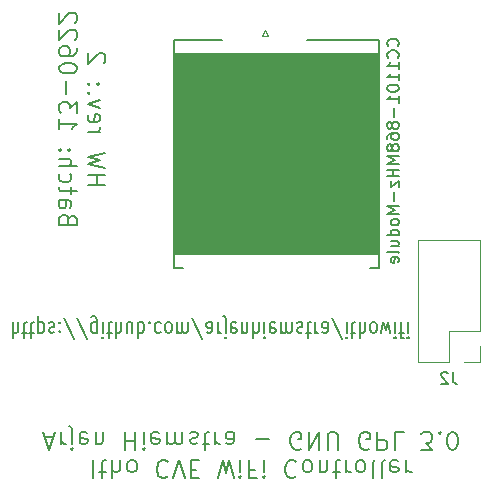
<source format=gbo>
G04 #@! TF.GenerationSoftware,KiCad,Pcbnew,(6.0.1-0)*
G04 #@! TF.CreationDate,2022-02-11T21:02:13+01:00*
G04 #@! TF.ProjectId,ithowifi_4l,6974686f-7769-4666-995f-346c2e6b6963,rev?*
G04 #@! TF.SameCoordinates,Original*
G04 #@! TF.FileFunction,Legend,Bot*
G04 #@! TF.FilePolarity,Positive*
%FSLAX46Y46*%
G04 Gerber Fmt 4.6, Leading zero omitted, Abs format (unit mm)*
G04 Created by KiCad (PCBNEW (6.0.1-0)) date 2022-02-11 21:02:13*
%MOMM*%
%LPD*%
G01*
G04 APERTURE LIST*
%ADD10C,0.100000*%
%ADD11C,0.200000*%
%ADD12C,0.150000*%
%ADD13C,0.120000*%
G04 APERTURE END LIST*
D10*
X114808000Y-129997200D02*
X97561400Y-129997200D01*
X97561400Y-129997200D02*
X97536000Y-113030000D01*
X97536000Y-113030000D02*
X114808000Y-113030000D01*
X114808000Y-113030000D02*
X114808000Y-129997200D01*
G36*
X114808000Y-129997200D02*
G01*
X97561400Y-129997200D01*
X97536000Y-113030000D01*
X114808000Y-113030000D01*
X114808000Y-129997200D01*
G37*
X114808000Y-129997200D02*
X97561400Y-129997200D01*
X97536000Y-113030000D01*
X114808000Y-113030000D01*
X114808000Y-129997200D01*
D11*
X83859000Y-135764666D02*
X83859000Y-137164666D01*
X84309000Y-135764666D02*
X84309000Y-136498000D01*
X84259000Y-136631333D01*
X84159000Y-136698000D01*
X84009000Y-136698000D01*
X83909000Y-136631333D01*
X83859000Y-136564666D01*
X84659000Y-136698000D02*
X85059000Y-136698000D01*
X84809000Y-137164666D02*
X84809000Y-135964666D01*
X84859000Y-135831333D01*
X84959000Y-135764666D01*
X85059000Y-135764666D01*
X85259000Y-136698000D02*
X85659000Y-136698000D01*
X85409000Y-137164666D02*
X85409000Y-135964666D01*
X85459000Y-135831333D01*
X85559000Y-135764666D01*
X85659000Y-135764666D01*
X86009000Y-136698000D02*
X86009000Y-135298000D01*
X86009000Y-136631333D02*
X86109000Y-136698000D01*
X86309000Y-136698000D01*
X86409000Y-136631333D01*
X86459000Y-136564666D01*
X86509000Y-136431333D01*
X86509000Y-136031333D01*
X86459000Y-135898000D01*
X86409000Y-135831333D01*
X86309000Y-135764666D01*
X86109000Y-135764666D01*
X86009000Y-135831333D01*
X86909000Y-135831333D02*
X87009000Y-135764666D01*
X87209000Y-135764666D01*
X87309000Y-135831333D01*
X87359000Y-135964666D01*
X87359000Y-136031333D01*
X87309000Y-136164666D01*
X87209000Y-136231333D01*
X87059000Y-136231333D01*
X86959000Y-136298000D01*
X86909000Y-136431333D01*
X86909000Y-136498000D01*
X86959000Y-136631333D01*
X87059000Y-136698000D01*
X87209000Y-136698000D01*
X87309000Y-136631333D01*
X87809000Y-135898000D02*
X87859000Y-135831333D01*
X87809000Y-135764666D01*
X87759000Y-135831333D01*
X87809000Y-135898000D01*
X87809000Y-135764666D01*
X87809000Y-136631333D02*
X87859000Y-136564666D01*
X87809000Y-136498000D01*
X87759000Y-136564666D01*
X87809000Y-136631333D01*
X87809000Y-136498000D01*
X89059000Y-137231333D02*
X88159000Y-135431333D01*
X90159000Y-137231333D02*
X89259000Y-135431333D01*
X90959000Y-136698000D02*
X90959000Y-135564666D01*
X90909000Y-135431333D01*
X90859000Y-135364666D01*
X90759000Y-135298000D01*
X90609000Y-135298000D01*
X90509000Y-135364666D01*
X90959000Y-135831333D02*
X90859000Y-135764666D01*
X90659000Y-135764666D01*
X90559000Y-135831333D01*
X90509000Y-135898000D01*
X90459000Y-136031333D01*
X90459000Y-136431333D01*
X90509000Y-136564666D01*
X90559000Y-136631333D01*
X90659000Y-136698000D01*
X90859000Y-136698000D01*
X90959000Y-136631333D01*
X91459000Y-135764666D02*
X91459000Y-136698000D01*
X91459000Y-137164666D02*
X91409000Y-137098000D01*
X91459000Y-137031333D01*
X91509000Y-137098000D01*
X91459000Y-137164666D01*
X91459000Y-137031333D01*
X91809000Y-136698000D02*
X92209000Y-136698000D01*
X91959000Y-137164666D02*
X91959000Y-135964666D01*
X92009000Y-135831333D01*
X92109000Y-135764666D01*
X92209000Y-135764666D01*
X92559000Y-135764666D02*
X92559000Y-137164666D01*
X93009000Y-135764666D02*
X93009000Y-136498000D01*
X92959000Y-136631333D01*
X92859000Y-136698000D01*
X92709000Y-136698000D01*
X92609000Y-136631333D01*
X92559000Y-136564666D01*
X93959000Y-136698000D02*
X93959000Y-135764666D01*
X93509000Y-136698000D02*
X93509000Y-135964666D01*
X93559000Y-135831333D01*
X93659000Y-135764666D01*
X93809000Y-135764666D01*
X93909000Y-135831333D01*
X93959000Y-135898000D01*
X94459000Y-135764666D02*
X94459000Y-137164666D01*
X94459000Y-136631333D02*
X94559000Y-136698000D01*
X94759000Y-136698000D01*
X94859000Y-136631333D01*
X94909000Y-136564666D01*
X94959000Y-136431333D01*
X94959000Y-136031333D01*
X94909000Y-135898000D01*
X94859000Y-135831333D01*
X94759000Y-135764666D01*
X94559000Y-135764666D01*
X94459000Y-135831333D01*
X95409000Y-135898000D02*
X95459000Y-135831333D01*
X95409000Y-135764666D01*
X95359000Y-135831333D01*
X95409000Y-135898000D01*
X95409000Y-135764666D01*
X96359000Y-135831333D02*
X96259000Y-135764666D01*
X96059000Y-135764666D01*
X95959000Y-135831333D01*
X95909000Y-135898000D01*
X95859000Y-136031333D01*
X95859000Y-136431333D01*
X95909000Y-136564666D01*
X95959000Y-136631333D01*
X96059000Y-136698000D01*
X96259000Y-136698000D01*
X96359000Y-136631333D01*
X96959000Y-135764666D02*
X96859000Y-135831333D01*
X96809000Y-135898000D01*
X96759000Y-136031333D01*
X96759000Y-136431333D01*
X96809000Y-136564666D01*
X96859000Y-136631333D01*
X96959000Y-136698000D01*
X97109000Y-136698000D01*
X97209000Y-136631333D01*
X97259000Y-136564666D01*
X97309000Y-136431333D01*
X97309000Y-136031333D01*
X97259000Y-135898000D01*
X97209000Y-135831333D01*
X97109000Y-135764666D01*
X96959000Y-135764666D01*
X97759000Y-135764666D02*
X97759000Y-136698000D01*
X97759000Y-136564666D02*
X97809000Y-136631333D01*
X97909000Y-136698000D01*
X98059000Y-136698000D01*
X98159000Y-136631333D01*
X98209000Y-136498000D01*
X98209000Y-135764666D01*
X98209000Y-136498000D02*
X98259000Y-136631333D01*
X98359000Y-136698000D01*
X98509000Y-136698000D01*
X98609000Y-136631333D01*
X98659000Y-136498000D01*
X98659000Y-135764666D01*
X99909000Y-137231333D02*
X99009000Y-135431333D01*
X100709000Y-135764666D02*
X100709000Y-136498000D01*
X100659000Y-136631333D01*
X100559000Y-136698000D01*
X100359000Y-136698000D01*
X100259000Y-136631333D01*
X100709000Y-135831333D02*
X100609000Y-135764666D01*
X100359000Y-135764666D01*
X100259000Y-135831333D01*
X100209000Y-135964666D01*
X100209000Y-136098000D01*
X100259000Y-136231333D01*
X100359000Y-136298000D01*
X100609000Y-136298000D01*
X100709000Y-136364666D01*
X101209000Y-135764666D02*
X101209000Y-136698000D01*
X101209000Y-136431333D02*
X101259000Y-136564666D01*
X101309000Y-136631333D01*
X101409000Y-136698000D01*
X101509000Y-136698000D01*
X101859000Y-136698000D02*
X101859000Y-135498000D01*
X101809000Y-135364666D01*
X101709000Y-135298000D01*
X101659000Y-135298000D01*
X101859000Y-137164666D02*
X101809000Y-137098000D01*
X101859000Y-137031333D01*
X101909000Y-137098000D01*
X101859000Y-137164666D01*
X101859000Y-137031333D01*
X102759000Y-135831333D02*
X102659000Y-135764666D01*
X102459000Y-135764666D01*
X102359000Y-135831333D01*
X102309000Y-135964666D01*
X102309000Y-136498000D01*
X102359000Y-136631333D01*
X102459000Y-136698000D01*
X102659000Y-136698000D01*
X102759000Y-136631333D01*
X102809000Y-136498000D01*
X102809000Y-136364666D01*
X102309000Y-136231333D01*
X103259000Y-136698000D02*
X103259000Y-135764666D01*
X103259000Y-136564666D02*
X103309000Y-136631333D01*
X103409000Y-136698000D01*
X103559000Y-136698000D01*
X103659000Y-136631333D01*
X103709000Y-136498000D01*
X103709000Y-135764666D01*
X104209000Y-135764666D02*
X104209000Y-137164666D01*
X104659000Y-135764666D02*
X104659000Y-136498000D01*
X104609000Y-136631333D01*
X104509000Y-136698000D01*
X104359000Y-136698000D01*
X104259000Y-136631333D01*
X104209000Y-136564666D01*
X105159000Y-135764666D02*
X105159000Y-136698000D01*
X105159000Y-137164666D02*
X105109000Y-137098000D01*
X105159000Y-137031333D01*
X105209000Y-137098000D01*
X105159000Y-137164666D01*
X105159000Y-137031333D01*
X106059000Y-135831333D02*
X105959000Y-135764666D01*
X105759000Y-135764666D01*
X105659000Y-135831333D01*
X105609000Y-135964666D01*
X105609000Y-136498000D01*
X105659000Y-136631333D01*
X105759000Y-136698000D01*
X105959000Y-136698000D01*
X106059000Y-136631333D01*
X106109000Y-136498000D01*
X106109000Y-136364666D01*
X105609000Y-136231333D01*
X106559000Y-135764666D02*
X106559000Y-136698000D01*
X106559000Y-136564666D02*
X106609000Y-136631333D01*
X106709000Y-136698000D01*
X106859000Y-136698000D01*
X106959000Y-136631333D01*
X107009000Y-136498000D01*
X107009000Y-135764666D01*
X107009000Y-136498000D02*
X107059000Y-136631333D01*
X107159000Y-136698000D01*
X107309000Y-136698000D01*
X107409000Y-136631333D01*
X107459000Y-136498000D01*
X107459000Y-135764666D01*
X107909000Y-135831333D02*
X108009000Y-135764666D01*
X108209000Y-135764666D01*
X108309000Y-135831333D01*
X108359000Y-135964666D01*
X108359000Y-136031333D01*
X108309000Y-136164666D01*
X108209000Y-136231333D01*
X108059000Y-136231333D01*
X107959000Y-136298000D01*
X107909000Y-136431333D01*
X107909000Y-136498000D01*
X107959000Y-136631333D01*
X108059000Y-136698000D01*
X108209000Y-136698000D01*
X108309000Y-136631333D01*
X108659000Y-136698000D02*
X109059000Y-136698000D01*
X108809000Y-137164666D02*
X108809000Y-135964666D01*
X108859000Y-135831333D01*
X108959000Y-135764666D01*
X109059000Y-135764666D01*
X109409000Y-135764666D02*
X109409000Y-136698000D01*
X109409000Y-136431333D02*
X109459000Y-136564666D01*
X109509000Y-136631333D01*
X109609000Y-136698000D01*
X109709000Y-136698000D01*
X110509000Y-135764666D02*
X110509000Y-136498000D01*
X110459000Y-136631333D01*
X110359000Y-136698000D01*
X110159000Y-136698000D01*
X110059000Y-136631333D01*
X110509000Y-135831333D02*
X110409000Y-135764666D01*
X110159000Y-135764666D01*
X110059000Y-135831333D01*
X110009000Y-135964666D01*
X110009000Y-136098000D01*
X110059000Y-136231333D01*
X110159000Y-136298000D01*
X110409000Y-136298000D01*
X110509000Y-136364666D01*
X111759000Y-137231333D02*
X110859000Y-135431333D01*
X112109000Y-135764666D02*
X112109000Y-136698000D01*
X112109000Y-137164666D02*
X112059000Y-137098000D01*
X112109000Y-137031333D01*
X112159000Y-137098000D01*
X112109000Y-137164666D01*
X112109000Y-137031333D01*
X112459000Y-136698000D02*
X112859000Y-136698000D01*
X112609000Y-137164666D02*
X112609000Y-135964666D01*
X112659000Y-135831333D01*
X112759000Y-135764666D01*
X112859000Y-135764666D01*
X113209000Y-135764666D02*
X113209000Y-137164666D01*
X113659000Y-135764666D02*
X113659000Y-136498000D01*
X113609000Y-136631333D01*
X113509000Y-136698000D01*
X113359000Y-136698000D01*
X113259000Y-136631333D01*
X113209000Y-136564666D01*
X114309000Y-135764666D02*
X114209000Y-135831333D01*
X114159000Y-135898000D01*
X114109000Y-136031333D01*
X114109000Y-136431333D01*
X114159000Y-136564666D01*
X114209000Y-136631333D01*
X114309000Y-136698000D01*
X114459000Y-136698000D01*
X114559000Y-136631333D01*
X114609000Y-136564666D01*
X114659000Y-136431333D01*
X114659000Y-136031333D01*
X114609000Y-135898000D01*
X114559000Y-135831333D01*
X114459000Y-135764666D01*
X114309000Y-135764666D01*
X115009000Y-136698000D02*
X115209000Y-135764666D01*
X115409000Y-136431333D01*
X115609000Y-135764666D01*
X115809000Y-136698000D01*
X116209000Y-135764666D02*
X116209000Y-136698000D01*
X116209000Y-137164666D02*
X116159000Y-137098000D01*
X116209000Y-137031333D01*
X116259000Y-137098000D01*
X116209000Y-137164666D01*
X116209000Y-137031333D01*
X116559000Y-136698000D02*
X116959000Y-136698000D01*
X116709000Y-135764666D02*
X116709000Y-136964666D01*
X116759000Y-137098000D01*
X116859000Y-137164666D01*
X116959000Y-137164666D01*
X117309000Y-135764666D02*
X117309000Y-136698000D01*
X117309000Y-137164666D02*
X117259000Y-137098000D01*
X117309000Y-137031333D01*
X117359000Y-137098000D01*
X117309000Y-137164666D01*
X117309000Y-137031333D01*
X90681257Y-147493328D02*
X90681257Y-148993328D01*
X91181257Y-148493328D02*
X91752685Y-148493328D01*
X91395542Y-148993328D02*
X91395542Y-147707614D01*
X91466971Y-147564757D01*
X91609828Y-147493328D01*
X91752685Y-147493328D01*
X92252685Y-147493328D02*
X92252685Y-148993328D01*
X92895542Y-147493328D02*
X92895542Y-148279042D01*
X92824114Y-148421900D01*
X92681257Y-148493328D01*
X92466971Y-148493328D01*
X92324114Y-148421900D01*
X92252685Y-148350471D01*
X93824114Y-147493328D02*
X93681257Y-147564757D01*
X93609828Y-147636185D01*
X93538400Y-147779042D01*
X93538400Y-148207614D01*
X93609828Y-148350471D01*
X93681257Y-148421900D01*
X93824114Y-148493328D01*
X94038400Y-148493328D01*
X94181257Y-148421900D01*
X94252685Y-148350471D01*
X94324114Y-148207614D01*
X94324114Y-147779042D01*
X94252685Y-147636185D01*
X94181257Y-147564757D01*
X94038400Y-147493328D01*
X93824114Y-147493328D01*
X96966971Y-147636185D02*
X96895542Y-147564757D01*
X96681257Y-147493328D01*
X96538400Y-147493328D01*
X96324114Y-147564757D01*
X96181257Y-147707614D01*
X96109828Y-147850471D01*
X96038400Y-148136185D01*
X96038400Y-148350471D01*
X96109828Y-148636185D01*
X96181257Y-148779042D01*
X96324114Y-148921900D01*
X96538400Y-148993328D01*
X96681257Y-148993328D01*
X96895542Y-148921900D01*
X96966971Y-148850471D01*
X97395542Y-148993328D02*
X97895542Y-147493328D01*
X98395542Y-148993328D01*
X98895542Y-148279042D02*
X99395542Y-148279042D01*
X99609828Y-147493328D02*
X98895542Y-147493328D01*
X98895542Y-148993328D01*
X99609828Y-148993328D01*
X101252685Y-148993328D02*
X101609828Y-147493328D01*
X101895542Y-148564757D01*
X102181257Y-147493328D01*
X102538400Y-148993328D01*
X103109828Y-147493328D02*
X103109828Y-148493328D01*
X103109828Y-148993328D02*
X103038400Y-148921900D01*
X103109828Y-148850471D01*
X103181257Y-148921900D01*
X103109828Y-148993328D01*
X103109828Y-148850471D01*
X104324114Y-148279042D02*
X103824114Y-148279042D01*
X103824114Y-147493328D02*
X103824114Y-148993328D01*
X104538400Y-148993328D01*
X105109828Y-147493328D02*
X105109828Y-148493328D01*
X105109828Y-148993328D02*
X105038400Y-148921900D01*
X105109828Y-148850471D01*
X105181257Y-148921900D01*
X105109828Y-148993328D01*
X105109828Y-148850471D01*
X107824114Y-147636185D02*
X107752685Y-147564757D01*
X107538400Y-147493328D01*
X107395542Y-147493328D01*
X107181257Y-147564757D01*
X107038400Y-147707614D01*
X106966971Y-147850471D01*
X106895542Y-148136185D01*
X106895542Y-148350471D01*
X106966971Y-148636185D01*
X107038400Y-148779042D01*
X107181257Y-148921900D01*
X107395542Y-148993328D01*
X107538400Y-148993328D01*
X107752685Y-148921900D01*
X107824114Y-148850471D01*
X108681257Y-147493328D02*
X108538400Y-147564757D01*
X108466971Y-147636185D01*
X108395542Y-147779042D01*
X108395542Y-148207614D01*
X108466971Y-148350471D01*
X108538400Y-148421900D01*
X108681257Y-148493328D01*
X108895542Y-148493328D01*
X109038400Y-148421900D01*
X109109828Y-148350471D01*
X109181257Y-148207614D01*
X109181257Y-147779042D01*
X109109828Y-147636185D01*
X109038400Y-147564757D01*
X108895542Y-147493328D01*
X108681257Y-147493328D01*
X109824114Y-148493328D02*
X109824114Y-147493328D01*
X109824114Y-148350471D02*
X109895542Y-148421900D01*
X110038400Y-148493328D01*
X110252685Y-148493328D01*
X110395542Y-148421900D01*
X110466971Y-148279042D01*
X110466971Y-147493328D01*
X110966971Y-148493328D02*
X111538400Y-148493328D01*
X111181257Y-148993328D02*
X111181257Y-147707614D01*
X111252685Y-147564757D01*
X111395542Y-147493328D01*
X111538400Y-147493328D01*
X112038400Y-147493328D02*
X112038400Y-148493328D01*
X112038400Y-148207614D02*
X112109828Y-148350471D01*
X112181257Y-148421900D01*
X112324114Y-148493328D01*
X112466971Y-148493328D01*
X113181257Y-147493328D02*
X113038400Y-147564757D01*
X112966971Y-147636185D01*
X112895542Y-147779042D01*
X112895542Y-148207614D01*
X112966971Y-148350471D01*
X113038400Y-148421900D01*
X113181257Y-148493328D01*
X113395542Y-148493328D01*
X113538400Y-148421900D01*
X113609828Y-148350471D01*
X113681257Y-148207614D01*
X113681257Y-147779042D01*
X113609828Y-147636185D01*
X113538400Y-147564757D01*
X113395542Y-147493328D01*
X113181257Y-147493328D01*
X114538400Y-147493328D02*
X114395542Y-147564757D01*
X114324114Y-147707614D01*
X114324114Y-148993328D01*
X115324114Y-147493328D02*
X115181257Y-147564757D01*
X115109828Y-147707614D01*
X115109828Y-148993328D01*
X116466971Y-147564757D02*
X116324114Y-147493328D01*
X116038400Y-147493328D01*
X115895542Y-147564757D01*
X115824114Y-147707614D01*
X115824114Y-148279042D01*
X115895542Y-148421900D01*
X116038400Y-148493328D01*
X116324114Y-148493328D01*
X116466971Y-148421900D01*
X116538400Y-148279042D01*
X116538400Y-148136185D01*
X115824114Y-147993328D01*
X117181257Y-147493328D02*
X117181257Y-148493328D01*
X117181257Y-148207614D02*
X117252685Y-148350471D01*
X117324114Y-148421900D01*
X117466971Y-148493328D01*
X117609828Y-148493328D01*
X86574114Y-145506900D02*
X87288400Y-145506900D01*
X86431257Y-145078328D02*
X86931257Y-146578328D01*
X87431257Y-145078328D01*
X87931257Y-145078328D02*
X87931257Y-146078328D01*
X87931257Y-145792614D02*
X88002685Y-145935471D01*
X88074114Y-146006900D01*
X88216971Y-146078328D01*
X88359828Y-146078328D01*
X88859828Y-146078328D02*
X88859828Y-144792614D01*
X88788400Y-144649757D01*
X88645542Y-144578328D01*
X88574114Y-144578328D01*
X88859828Y-146578328D02*
X88788400Y-146506900D01*
X88859828Y-146435471D01*
X88931257Y-146506900D01*
X88859828Y-146578328D01*
X88859828Y-146435471D01*
X90145542Y-145149757D02*
X90002685Y-145078328D01*
X89716971Y-145078328D01*
X89574114Y-145149757D01*
X89502685Y-145292614D01*
X89502685Y-145864042D01*
X89574114Y-146006900D01*
X89716971Y-146078328D01*
X90002685Y-146078328D01*
X90145542Y-146006900D01*
X90216971Y-145864042D01*
X90216971Y-145721185D01*
X89502685Y-145578328D01*
X90859828Y-146078328D02*
X90859828Y-145078328D01*
X90859828Y-145935471D02*
X90931257Y-146006900D01*
X91074114Y-146078328D01*
X91288400Y-146078328D01*
X91431257Y-146006900D01*
X91502685Y-145864042D01*
X91502685Y-145078328D01*
X93359828Y-145078328D02*
X93359828Y-146578328D01*
X93359828Y-145864042D02*
X94216971Y-145864042D01*
X94216971Y-145078328D02*
X94216971Y-146578328D01*
X94931257Y-145078328D02*
X94931257Y-146078328D01*
X94931257Y-146578328D02*
X94859828Y-146506900D01*
X94931257Y-146435471D01*
X95002685Y-146506900D01*
X94931257Y-146578328D01*
X94931257Y-146435471D01*
X96216971Y-145149757D02*
X96074114Y-145078328D01*
X95788400Y-145078328D01*
X95645542Y-145149757D01*
X95574114Y-145292614D01*
X95574114Y-145864042D01*
X95645542Y-146006900D01*
X95788400Y-146078328D01*
X96074114Y-146078328D01*
X96216971Y-146006900D01*
X96288400Y-145864042D01*
X96288400Y-145721185D01*
X95574114Y-145578328D01*
X96931257Y-145078328D02*
X96931257Y-146078328D01*
X96931257Y-145935471D02*
X97002685Y-146006900D01*
X97145542Y-146078328D01*
X97359828Y-146078328D01*
X97502685Y-146006900D01*
X97574114Y-145864042D01*
X97574114Y-145078328D01*
X97574114Y-145864042D02*
X97645542Y-146006900D01*
X97788400Y-146078328D01*
X98002685Y-146078328D01*
X98145542Y-146006900D01*
X98216971Y-145864042D01*
X98216971Y-145078328D01*
X98859828Y-145149757D02*
X99002685Y-145078328D01*
X99288400Y-145078328D01*
X99431257Y-145149757D01*
X99502685Y-145292614D01*
X99502685Y-145364042D01*
X99431257Y-145506900D01*
X99288400Y-145578328D01*
X99074114Y-145578328D01*
X98931257Y-145649757D01*
X98859828Y-145792614D01*
X98859828Y-145864042D01*
X98931257Y-146006900D01*
X99074114Y-146078328D01*
X99288400Y-146078328D01*
X99431257Y-146006900D01*
X99931257Y-146078328D02*
X100502685Y-146078328D01*
X100145542Y-146578328D02*
X100145542Y-145292614D01*
X100216971Y-145149757D01*
X100359828Y-145078328D01*
X100502685Y-145078328D01*
X101002685Y-145078328D02*
X101002685Y-146078328D01*
X101002685Y-145792614D02*
X101074114Y-145935471D01*
X101145542Y-146006900D01*
X101288400Y-146078328D01*
X101431257Y-146078328D01*
X102574114Y-145078328D02*
X102574114Y-145864042D01*
X102502685Y-146006900D01*
X102359828Y-146078328D01*
X102074114Y-146078328D01*
X101931257Y-146006900D01*
X102574114Y-145149757D02*
X102431257Y-145078328D01*
X102074114Y-145078328D01*
X101931257Y-145149757D01*
X101859828Y-145292614D01*
X101859828Y-145435471D01*
X101931257Y-145578328D01*
X102074114Y-145649757D01*
X102431257Y-145649757D01*
X102574114Y-145721185D01*
X104431257Y-145649757D02*
X105574114Y-145649757D01*
X108216971Y-146506900D02*
X108074114Y-146578328D01*
X107859828Y-146578328D01*
X107645542Y-146506900D01*
X107502685Y-146364042D01*
X107431257Y-146221185D01*
X107359828Y-145935471D01*
X107359828Y-145721185D01*
X107431257Y-145435471D01*
X107502685Y-145292614D01*
X107645542Y-145149757D01*
X107859828Y-145078328D01*
X108002685Y-145078328D01*
X108216971Y-145149757D01*
X108288400Y-145221185D01*
X108288400Y-145721185D01*
X108002685Y-145721185D01*
X108931257Y-145078328D02*
X108931257Y-146578328D01*
X109788400Y-145078328D01*
X109788400Y-146578328D01*
X110502685Y-146578328D02*
X110502685Y-145364042D01*
X110574114Y-145221185D01*
X110645542Y-145149757D01*
X110788400Y-145078328D01*
X111074114Y-145078328D01*
X111216971Y-145149757D01*
X111288400Y-145221185D01*
X111359828Y-145364042D01*
X111359828Y-146578328D01*
X114002685Y-146506900D02*
X113859828Y-146578328D01*
X113645542Y-146578328D01*
X113431257Y-146506900D01*
X113288400Y-146364042D01*
X113216971Y-146221185D01*
X113145542Y-145935471D01*
X113145542Y-145721185D01*
X113216971Y-145435471D01*
X113288400Y-145292614D01*
X113431257Y-145149757D01*
X113645542Y-145078328D01*
X113788400Y-145078328D01*
X114002685Y-145149757D01*
X114074114Y-145221185D01*
X114074114Y-145721185D01*
X113788400Y-145721185D01*
X114716971Y-145078328D02*
X114716971Y-146578328D01*
X115288400Y-146578328D01*
X115431257Y-146506900D01*
X115502685Y-146435471D01*
X115574114Y-146292614D01*
X115574114Y-146078328D01*
X115502685Y-145935471D01*
X115431257Y-145864042D01*
X115288400Y-145792614D01*
X114716971Y-145792614D01*
X116931257Y-145078328D02*
X116216971Y-145078328D01*
X116216971Y-146578328D01*
X118431257Y-146578328D02*
X119359828Y-146578328D01*
X118859828Y-146006900D01*
X119074114Y-146006900D01*
X119216971Y-145935471D01*
X119288400Y-145864042D01*
X119359828Y-145721185D01*
X119359828Y-145364042D01*
X119288400Y-145221185D01*
X119216971Y-145149757D01*
X119074114Y-145078328D01*
X118645542Y-145078328D01*
X118502685Y-145149757D01*
X118431257Y-145221185D01*
X120002685Y-145221185D02*
X120074114Y-145149757D01*
X120002685Y-145078328D01*
X119931257Y-145149757D01*
X120002685Y-145221185D01*
X120002685Y-145078328D01*
X121002685Y-146578328D02*
X121145542Y-146578328D01*
X121288400Y-146506900D01*
X121359828Y-146435471D01*
X121431257Y-146292614D01*
X121502685Y-146006900D01*
X121502685Y-145649757D01*
X121431257Y-145364042D01*
X121359828Y-145221185D01*
X121288400Y-145149757D01*
X121145542Y-145078328D01*
X121002685Y-145078328D01*
X120859828Y-145149757D01*
X120788400Y-145221185D01*
X120716971Y-145364042D01*
X120645542Y-145649757D01*
X120645542Y-146006900D01*
X120716971Y-146292614D01*
X120788400Y-146435471D01*
X120859828Y-146506900D01*
X121002685Y-146578328D01*
X90190928Y-124153714D02*
X91690928Y-124153714D01*
X90976642Y-124153714D02*
X90976642Y-123296571D01*
X90190928Y-123296571D02*
X91690928Y-123296571D01*
X91690928Y-122725142D02*
X90190928Y-122368000D01*
X91262357Y-122082285D01*
X90190928Y-121796571D01*
X91690928Y-121439428D01*
X90190928Y-119725142D02*
X91190928Y-119725142D01*
X90905214Y-119725142D02*
X91048071Y-119653714D01*
X91119500Y-119582285D01*
X91190928Y-119439428D01*
X91190928Y-119296571D01*
X90262357Y-118225142D02*
X90190928Y-118368000D01*
X90190928Y-118653714D01*
X90262357Y-118796571D01*
X90405214Y-118868000D01*
X90976642Y-118868000D01*
X91119500Y-118796571D01*
X91190928Y-118653714D01*
X91190928Y-118368000D01*
X91119500Y-118225142D01*
X90976642Y-118153714D01*
X90833785Y-118153714D01*
X90690928Y-118868000D01*
X91190928Y-117653714D02*
X90190928Y-117296571D01*
X91190928Y-116939428D01*
X90333785Y-116368000D02*
X90262357Y-116296571D01*
X90190928Y-116368000D01*
X90262357Y-116439428D01*
X90333785Y-116368000D01*
X90190928Y-116368000D01*
X90333785Y-115653714D02*
X90262357Y-115582285D01*
X90190928Y-115653714D01*
X90262357Y-115725142D01*
X90333785Y-115653714D01*
X90190928Y-115653714D01*
X91119500Y-115653714D02*
X91048071Y-115582285D01*
X90976642Y-115653714D01*
X91048071Y-115725142D01*
X91119500Y-115653714D01*
X90976642Y-115653714D01*
X91548071Y-113868000D02*
X91619500Y-113796571D01*
X91690928Y-113653714D01*
X91690928Y-113296571D01*
X91619500Y-113153714D01*
X91548071Y-113082285D01*
X91405214Y-113010857D01*
X91262357Y-113010857D01*
X91048071Y-113082285D01*
X90190928Y-113939428D01*
X90190928Y-113010857D01*
X88561642Y-127082285D02*
X88490214Y-126868000D01*
X88418785Y-126796571D01*
X88275928Y-126725142D01*
X88061642Y-126725142D01*
X87918785Y-126796571D01*
X87847357Y-126868000D01*
X87775928Y-127010857D01*
X87775928Y-127582285D01*
X89275928Y-127582285D01*
X89275928Y-127082285D01*
X89204500Y-126939428D01*
X89133071Y-126868000D01*
X88990214Y-126796571D01*
X88847357Y-126796571D01*
X88704500Y-126868000D01*
X88633071Y-126939428D01*
X88561642Y-127082285D01*
X88561642Y-127582285D01*
X87775928Y-125439428D02*
X88561642Y-125439428D01*
X88704500Y-125510857D01*
X88775928Y-125653714D01*
X88775928Y-125939428D01*
X88704500Y-126082285D01*
X87847357Y-125439428D02*
X87775928Y-125582285D01*
X87775928Y-125939428D01*
X87847357Y-126082285D01*
X87990214Y-126153714D01*
X88133071Y-126153714D01*
X88275928Y-126082285D01*
X88347357Y-125939428D01*
X88347357Y-125582285D01*
X88418785Y-125439428D01*
X88775928Y-124939428D02*
X88775928Y-124368000D01*
X89275928Y-124725142D02*
X87990214Y-124725142D01*
X87847357Y-124653714D01*
X87775928Y-124510857D01*
X87775928Y-124368000D01*
X87847357Y-123225142D02*
X87775928Y-123368000D01*
X87775928Y-123653714D01*
X87847357Y-123796571D01*
X87918785Y-123868000D01*
X88061642Y-123939428D01*
X88490214Y-123939428D01*
X88633071Y-123868000D01*
X88704500Y-123796571D01*
X88775928Y-123653714D01*
X88775928Y-123368000D01*
X88704500Y-123225142D01*
X87775928Y-122582285D02*
X89275928Y-122582285D01*
X87775928Y-121939428D02*
X88561642Y-121939428D01*
X88704500Y-122010857D01*
X88775928Y-122153714D01*
X88775928Y-122368000D01*
X88704500Y-122510857D01*
X88633071Y-122582285D01*
X87918785Y-121225142D02*
X87847357Y-121153714D01*
X87775928Y-121225142D01*
X87847357Y-121296571D01*
X87918785Y-121225142D01*
X87775928Y-121225142D01*
X88704500Y-121225142D02*
X88633071Y-121153714D01*
X88561642Y-121225142D01*
X88633071Y-121296571D01*
X88704500Y-121225142D01*
X88561642Y-121225142D01*
X87775928Y-118582285D02*
X87775928Y-119439428D01*
X87775928Y-119010857D02*
X89275928Y-119010857D01*
X89061642Y-119153714D01*
X88918785Y-119296571D01*
X88847357Y-119439428D01*
X89275928Y-118082285D02*
X89275928Y-117153714D01*
X88704500Y-117653714D01*
X88704500Y-117439428D01*
X88633071Y-117296571D01*
X88561642Y-117225142D01*
X88418785Y-117153714D01*
X88061642Y-117153714D01*
X87918785Y-117225142D01*
X87847357Y-117296571D01*
X87775928Y-117439428D01*
X87775928Y-117868000D01*
X87847357Y-118010857D01*
X87918785Y-118082285D01*
X88347357Y-116510857D02*
X88347357Y-115368000D01*
X89275928Y-114368000D02*
X89275928Y-114225142D01*
X89204500Y-114082285D01*
X89133071Y-114010857D01*
X88990214Y-113939428D01*
X88704500Y-113868000D01*
X88347357Y-113868000D01*
X88061642Y-113939428D01*
X87918785Y-114010857D01*
X87847357Y-114082285D01*
X87775928Y-114225142D01*
X87775928Y-114368000D01*
X87847357Y-114510857D01*
X87918785Y-114582285D01*
X88061642Y-114653714D01*
X88347357Y-114725142D01*
X88704500Y-114725142D01*
X88990214Y-114653714D01*
X89133071Y-114582285D01*
X89204500Y-114510857D01*
X89275928Y-114368000D01*
X89275928Y-112582285D02*
X89275928Y-112868000D01*
X89204500Y-113010857D01*
X89133071Y-113082285D01*
X88918785Y-113225142D01*
X88633071Y-113296571D01*
X88061642Y-113296571D01*
X87918785Y-113225142D01*
X87847357Y-113153714D01*
X87775928Y-113010857D01*
X87775928Y-112725142D01*
X87847357Y-112582285D01*
X87918785Y-112510857D01*
X88061642Y-112439428D01*
X88418785Y-112439428D01*
X88561642Y-112510857D01*
X88633071Y-112582285D01*
X88704500Y-112725142D01*
X88704500Y-113010857D01*
X88633071Y-113153714D01*
X88561642Y-113225142D01*
X88418785Y-113296571D01*
X89133071Y-111868000D02*
X89204500Y-111796571D01*
X89275928Y-111653714D01*
X89275928Y-111296571D01*
X89204500Y-111153714D01*
X89133071Y-111082285D01*
X88990214Y-111010857D01*
X88847357Y-111010857D01*
X88633071Y-111082285D01*
X87775928Y-111939428D01*
X87775928Y-111010857D01*
X89133071Y-110439428D02*
X89204500Y-110368000D01*
X89275928Y-110225142D01*
X89275928Y-109868000D01*
X89204500Y-109725142D01*
X89133071Y-109653714D01*
X88990214Y-109582285D01*
X88847357Y-109582285D01*
X88633071Y-109653714D01*
X87775928Y-110510857D01*
X87775928Y-109582285D01*
D12*
X121110333Y-140017380D02*
X121110333Y-140731666D01*
X121157952Y-140874523D01*
X121253190Y-140969761D01*
X121396047Y-141017380D01*
X121491285Y-141017380D01*
X120681761Y-140112619D02*
X120634142Y-140065000D01*
X120538904Y-140017380D01*
X120300809Y-140017380D01*
X120205571Y-140065000D01*
X120157952Y-140112619D01*
X120110333Y-140207857D01*
X120110333Y-140303095D01*
X120157952Y-140445952D01*
X120729380Y-141017380D01*
X120110333Y-141017380D01*
X116435142Y-112404047D02*
X116482761Y-112356428D01*
X116530380Y-112213571D01*
X116530380Y-112118333D01*
X116482761Y-111975476D01*
X116387523Y-111880238D01*
X116292285Y-111832619D01*
X116101809Y-111785000D01*
X115958952Y-111785000D01*
X115768476Y-111832619D01*
X115673238Y-111880238D01*
X115578000Y-111975476D01*
X115530380Y-112118333D01*
X115530380Y-112213571D01*
X115578000Y-112356428D01*
X115625619Y-112404047D01*
X116435142Y-113404047D02*
X116482761Y-113356428D01*
X116530380Y-113213571D01*
X116530380Y-113118333D01*
X116482761Y-112975476D01*
X116387523Y-112880238D01*
X116292285Y-112832619D01*
X116101809Y-112785000D01*
X115958952Y-112785000D01*
X115768476Y-112832619D01*
X115673238Y-112880238D01*
X115578000Y-112975476D01*
X115530380Y-113118333D01*
X115530380Y-113213571D01*
X115578000Y-113356428D01*
X115625619Y-113404047D01*
X116530380Y-114356428D02*
X116530380Y-113785000D01*
X116530380Y-114070714D02*
X115530380Y-114070714D01*
X115673238Y-113975476D01*
X115768476Y-113880238D01*
X115816095Y-113785000D01*
X116530380Y-115308809D02*
X116530380Y-114737380D01*
X116530380Y-115023095D02*
X115530380Y-115023095D01*
X115673238Y-114927857D01*
X115768476Y-114832619D01*
X115816095Y-114737380D01*
X115530380Y-115927857D02*
X115530380Y-116023095D01*
X115578000Y-116118333D01*
X115625619Y-116165952D01*
X115720857Y-116213571D01*
X115911333Y-116261190D01*
X116149428Y-116261190D01*
X116339904Y-116213571D01*
X116435142Y-116165952D01*
X116482761Y-116118333D01*
X116530380Y-116023095D01*
X116530380Y-115927857D01*
X116482761Y-115832619D01*
X116435142Y-115785000D01*
X116339904Y-115737380D01*
X116149428Y-115689761D01*
X115911333Y-115689761D01*
X115720857Y-115737380D01*
X115625619Y-115785000D01*
X115578000Y-115832619D01*
X115530380Y-115927857D01*
X116530380Y-117213571D02*
X116530380Y-116642142D01*
X116530380Y-116927857D02*
X115530380Y-116927857D01*
X115673238Y-116832619D01*
X115768476Y-116737380D01*
X115816095Y-116642142D01*
X116149428Y-117642142D02*
X116149428Y-118404047D01*
X115958952Y-119023095D02*
X115911333Y-118927857D01*
X115863714Y-118880238D01*
X115768476Y-118832619D01*
X115720857Y-118832619D01*
X115625619Y-118880238D01*
X115578000Y-118927857D01*
X115530380Y-119023095D01*
X115530380Y-119213571D01*
X115578000Y-119308809D01*
X115625619Y-119356428D01*
X115720857Y-119404047D01*
X115768476Y-119404047D01*
X115863714Y-119356428D01*
X115911333Y-119308809D01*
X115958952Y-119213571D01*
X115958952Y-119023095D01*
X116006571Y-118927857D01*
X116054190Y-118880238D01*
X116149428Y-118832619D01*
X116339904Y-118832619D01*
X116435142Y-118880238D01*
X116482761Y-118927857D01*
X116530380Y-119023095D01*
X116530380Y-119213571D01*
X116482761Y-119308809D01*
X116435142Y-119356428D01*
X116339904Y-119404047D01*
X116149428Y-119404047D01*
X116054190Y-119356428D01*
X116006571Y-119308809D01*
X115958952Y-119213571D01*
X115530380Y-120261190D02*
X115530380Y-120070714D01*
X115578000Y-119975476D01*
X115625619Y-119927857D01*
X115768476Y-119832619D01*
X115958952Y-119785000D01*
X116339904Y-119785000D01*
X116435142Y-119832619D01*
X116482761Y-119880238D01*
X116530380Y-119975476D01*
X116530380Y-120165952D01*
X116482761Y-120261190D01*
X116435142Y-120308809D01*
X116339904Y-120356428D01*
X116101809Y-120356428D01*
X116006571Y-120308809D01*
X115958952Y-120261190D01*
X115911333Y-120165952D01*
X115911333Y-119975476D01*
X115958952Y-119880238D01*
X116006571Y-119832619D01*
X116101809Y-119785000D01*
X115958952Y-120927857D02*
X115911333Y-120832619D01*
X115863714Y-120785000D01*
X115768476Y-120737380D01*
X115720857Y-120737380D01*
X115625619Y-120785000D01*
X115578000Y-120832619D01*
X115530380Y-120927857D01*
X115530380Y-121118333D01*
X115578000Y-121213571D01*
X115625619Y-121261190D01*
X115720857Y-121308809D01*
X115768476Y-121308809D01*
X115863714Y-121261190D01*
X115911333Y-121213571D01*
X115958952Y-121118333D01*
X115958952Y-120927857D01*
X116006571Y-120832619D01*
X116054190Y-120785000D01*
X116149428Y-120737380D01*
X116339904Y-120737380D01*
X116435142Y-120785000D01*
X116482761Y-120832619D01*
X116530380Y-120927857D01*
X116530380Y-121118333D01*
X116482761Y-121213571D01*
X116435142Y-121261190D01*
X116339904Y-121308809D01*
X116149428Y-121308809D01*
X116054190Y-121261190D01*
X116006571Y-121213571D01*
X115958952Y-121118333D01*
X116530380Y-121737380D02*
X115530380Y-121737380D01*
X116244666Y-122070714D01*
X115530380Y-122404047D01*
X116530380Y-122404047D01*
X116530380Y-122880238D02*
X115530380Y-122880238D01*
X116006571Y-122880238D02*
X116006571Y-123451666D01*
X116530380Y-123451666D02*
X115530380Y-123451666D01*
X115863714Y-123832619D02*
X115863714Y-124356428D01*
X116530380Y-123832619D01*
X116530380Y-124356428D01*
X116149428Y-124737380D02*
X116149428Y-125499285D01*
X116530380Y-125975476D02*
X115530380Y-125975476D01*
X116244666Y-126308809D01*
X115530380Y-126642142D01*
X116530380Y-126642142D01*
X116530380Y-127261190D02*
X116482761Y-127165952D01*
X116435142Y-127118333D01*
X116339904Y-127070714D01*
X116054190Y-127070714D01*
X115958952Y-127118333D01*
X115911333Y-127165952D01*
X115863714Y-127261190D01*
X115863714Y-127404047D01*
X115911333Y-127499285D01*
X115958952Y-127546904D01*
X116054190Y-127594523D01*
X116339904Y-127594523D01*
X116435142Y-127546904D01*
X116482761Y-127499285D01*
X116530380Y-127404047D01*
X116530380Y-127261190D01*
X116530380Y-128451666D02*
X115530380Y-128451666D01*
X116482761Y-128451666D02*
X116530380Y-128356428D01*
X116530380Y-128165952D01*
X116482761Y-128070714D01*
X116435142Y-128023095D01*
X116339904Y-127975476D01*
X116054190Y-127975476D01*
X115958952Y-128023095D01*
X115911333Y-128070714D01*
X115863714Y-128165952D01*
X115863714Y-128356428D01*
X115911333Y-128451666D01*
X115863714Y-129356428D02*
X116530380Y-129356428D01*
X115863714Y-128927857D02*
X116387523Y-128927857D01*
X116482761Y-128975476D01*
X116530380Y-129070714D01*
X116530380Y-129213571D01*
X116482761Y-129308809D01*
X116435142Y-129356428D01*
X116530380Y-129975476D02*
X116482761Y-129880238D01*
X116387523Y-129832619D01*
X115530380Y-129832619D01*
X116482761Y-130737380D02*
X116530380Y-130642142D01*
X116530380Y-130451666D01*
X116482761Y-130356428D01*
X116387523Y-130308809D01*
X116006571Y-130308809D01*
X115911333Y-130356428D01*
X115863714Y-130451666D01*
X115863714Y-130642142D01*
X115911333Y-130737380D01*
X116006571Y-130785000D01*
X116101809Y-130785000D01*
X116197047Y-130308809D01*
D13*
X123377000Y-136525000D02*
X123377000Y-128845000D01*
X123377000Y-139125000D02*
X123377000Y-137795000D01*
X120777000Y-139125000D02*
X120777000Y-136525000D01*
X118177000Y-139125000D02*
X118177000Y-128845000D01*
X122047000Y-139125000D02*
X123377000Y-139125000D01*
X118177000Y-128845000D02*
X123377000Y-128845000D01*
X118177000Y-139125000D02*
X120777000Y-139125000D01*
X120777000Y-136525000D02*
X123377000Y-136525000D01*
X105181400Y-111058400D02*
X105431400Y-111558400D01*
X104931400Y-111558400D02*
X105181400Y-111058400D01*
X105431400Y-111558400D02*
X104931400Y-111558400D01*
D12*
X101547000Y-111889000D02*
X97522000Y-111889000D01*
X114822000Y-111889000D02*
X108797000Y-111889000D01*
X114822000Y-131189000D02*
X114822000Y-111889000D01*
X97522000Y-111889000D02*
X97522000Y-131189000D01*
X97522000Y-131189000D02*
X98272000Y-131189000D01*
X114072000Y-131189000D02*
X114822000Y-131189000D01*
M02*

</source>
